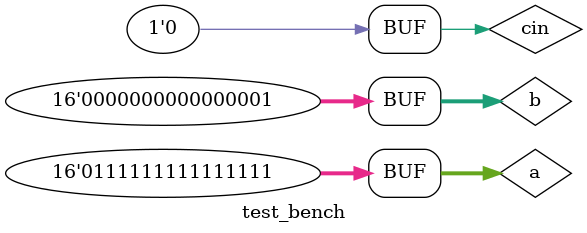
<source format=v>
`timescale 1ns / 1ps


module test_bench();
    reg [15:0]a,b;
    reg cin;
    wire [15:0]y;
    wire s,z,c,p,o;
    
    adder_16bit m(.Cin(cin),.A(a),.B(b),.Y(y),.sign(s),.zero(z),.carry(c),.parity(p),.overflow(o));
    
    initial begin
        cin = 1'b0;
        #10 a = 16'h4000; b = 16'h4000;     // Sign flag
        #10 a = 16'h1234; b = 16'hEDCC;     // Zero flag
        #10 a = 16'hFFFF; b = 16'h0001;     // Carry flag
        #10 a = 16'h0003; b = 16'h0000;     // Parity flag
        #10 a = 16'h7FFF; b = 16'h0001;     // Overflow flag
    end
endmodule

</source>
